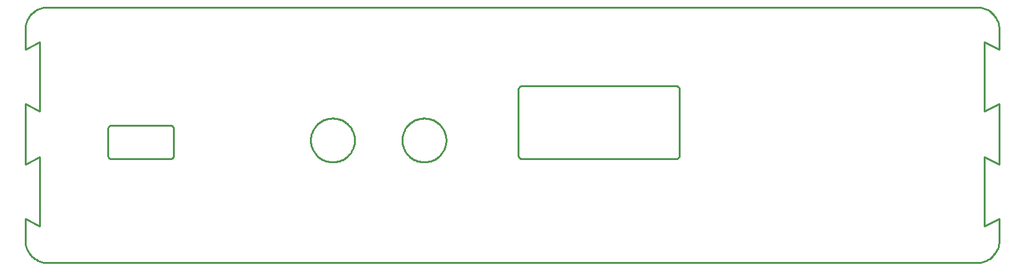
<source format=gbr>
G04 EAGLE Gerber RS-274X export*
G75*
%MOMM*%
%FSLAX34Y34*%
%LPD*%
%IN*%
%IPPOS*%
%AMOC8*
5,1,8,0,0,1.08239X$1,22.5*%
G01*
%ADD10C,0.254000*%


D10*
X0Y30000D02*
X114Y27385D01*
X456Y24791D01*
X1022Y22235D01*
X1809Y19739D01*
X2811Y17321D01*
X4019Y15000D01*
X5425Y12793D01*
X7019Y10716D01*
X8787Y8787D01*
X10716Y7019D01*
X12793Y5425D01*
X15000Y4019D01*
X17321Y2811D01*
X19739Y1809D01*
X22235Y1022D01*
X24791Y456D01*
X27385Y114D01*
X30000Y0D01*
X1300000Y0D01*
X1302615Y114D01*
X1305209Y456D01*
X1307765Y1022D01*
X1310261Y1809D01*
X1312679Y2811D01*
X1315000Y4019D01*
X1317207Y5425D01*
X1319284Y7019D01*
X1321213Y8787D01*
X1322981Y10716D01*
X1324575Y12793D01*
X1325981Y15000D01*
X1327189Y17321D01*
X1328191Y19739D01*
X1328978Y22235D01*
X1329544Y24791D01*
X1329886Y27385D01*
X1330000Y30000D01*
X1330000Y60000D01*
X1310000Y50000D01*
X1310000Y145000D01*
X1330000Y135000D01*
X1330000Y217500D01*
X1310000Y207500D01*
X1310000Y302500D01*
X1330000Y292500D01*
X1330000Y320000D01*
X1329886Y322615D01*
X1329544Y325209D01*
X1328978Y327765D01*
X1328191Y330261D01*
X1327189Y332679D01*
X1325981Y335000D01*
X1324575Y337207D01*
X1322981Y339284D01*
X1321213Y341213D01*
X1319284Y342981D01*
X1317207Y344575D01*
X1315000Y345981D01*
X1312679Y347189D01*
X1310261Y348191D01*
X1307765Y348978D01*
X1305209Y349544D01*
X1302615Y349886D01*
X1300000Y350000D01*
X30000Y350000D01*
X27385Y349886D01*
X24791Y349544D01*
X22235Y348978D01*
X19739Y348191D01*
X17321Y347189D01*
X15000Y345981D01*
X12793Y344575D01*
X10716Y342981D01*
X8787Y341213D01*
X7019Y339284D01*
X5425Y337207D01*
X4019Y335000D01*
X2811Y332679D01*
X1809Y330261D01*
X1022Y327765D01*
X456Y325209D01*
X114Y322615D01*
X0Y320000D01*
X0Y292500D01*
X20000Y302500D01*
X20000Y207500D01*
X0Y217500D01*
X0Y135000D01*
X20000Y145000D01*
X20000Y50000D01*
X0Y60000D01*
X0Y30000D01*
X673430Y147200D02*
X673449Y146764D01*
X673506Y146332D01*
X673600Y145906D01*
X673732Y145490D01*
X673898Y145087D01*
X674100Y144700D01*
X674334Y144332D01*
X674600Y143986D01*
X674894Y143664D01*
X675216Y143370D01*
X675562Y143104D01*
X675930Y142870D01*
X676317Y142668D01*
X676720Y142502D01*
X677136Y142370D01*
X677562Y142276D01*
X677994Y142219D01*
X678430Y142200D01*
X888430Y142200D01*
X888866Y142219D01*
X889298Y142276D01*
X889724Y142370D01*
X890140Y142502D01*
X890543Y142668D01*
X890930Y142870D01*
X891298Y143104D01*
X891644Y143370D01*
X891966Y143664D01*
X892260Y143986D01*
X892526Y144332D01*
X892760Y144700D01*
X892962Y145087D01*
X893128Y145490D01*
X893260Y145906D01*
X893354Y146332D01*
X893411Y146764D01*
X893430Y147200D01*
X893430Y237200D01*
X893411Y237636D01*
X893354Y238068D01*
X893260Y238494D01*
X893128Y238910D01*
X892962Y239313D01*
X892760Y239700D01*
X892526Y240068D01*
X892260Y240414D01*
X891966Y240736D01*
X891644Y241030D01*
X891298Y241296D01*
X890930Y241530D01*
X890543Y241732D01*
X890140Y241898D01*
X889724Y242030D01*
X889298Y242124D01*
X888866Y242181D01*
X888430Y242200D01*
X678430Y242200D01*
X677994Y242181D01*
X677562Y242124D01*
X677136Y242030D01*
X676720Y241898D01*
X676317Y241732D01*
X675930Y241530D01*
X675562Y241296D01*
X675216Y241030D01*
X674894Y240736D01*
X674600Y240414D01*
X674334Y240068D01*
X674100Y239700D01*
X673898Y239313D01*
X673732Y238910D01*
X673600Y238494D01*
X673506Y238068D01*
X673449Y237636D01*
X673430Y237200D01*
X673430Y147200D01*
X112700Y147100D02*
X112719Y146664D01*
X112776Y146232D01*
X112870Y145806D01*
X113002Y145390D01*
X113168Y144987D01*
X113370Y144600D01*
X113604Y144232D01*
X113870Y143886D01*
X114164Y143564D01*
X114486Y143270D01*
X114832Y143004D01*
X115200Y142770D01*
X115587Y142568D01*
X115990Y142402D01*
X116406Y142270D01*
X116832Y142176D01*
X117264Y142119D01*
X117700Y142100D01*
X197700Y142100D01*
X198136Y142119D01*
X198568Y142176D01*
X198994Y142270D01*
X199410Y142402D01*
X199813Y142568D01*
X200200Y142770D01*
X200568Y143004D01*
X200914Y143270D01*
X201236Y143564D01*
X201530Y143886D01*
X201796Y144232D01*
X202030Y144600D01*
X202232Y144987D01*
X202398Y145390D01*
X202530Y145806D01*
X202624Y146232D01*
X202681Y146664D01*
X202700Y147100D01*
X202700Y183100D01*
X202681Y183536D01*
X202624Y183968D01*
X202530Y184394D01*
X202398Y184810D01*
X202232Y185213D01*
X202030Y185600D01*
X201796Y185968D01*
X201530Y186314D01*
X201236Y186636D01*
X200914Y186930D01*
X200568Y187196D01*
X200200Y187430D01*
X199813Y187632D01*
X199410Y187798D01*
X198994Y187930D01*
X198568Y188024D01*
X198136Y188081D01*
X197700Y188100D01*
X117700Y188100D01*
X117264Y188081D01*
X116832Y188024D01*
X116406Y187930D01*
X115990Y187798D01*
X115587Y187632D01*
X115200Y187430D01*
X114832Y187196D01*
X114486Y186930D01*
X114164Y186636D01*
X113870Y186314D01*
X113604Y185968D01*
X113370Y185600D01*
X113168Y185213D01*
X113002Y184810D01*
X112870Y184394D01*
X112776Y183968D01*
X112719Y183536D01*
X112700Y183100D01*
X112700Y147100D01*
X449764Y167064D02*
X449692Y165592D01*
X449547Y164127D01*
X449331Y162670D01*
X449044Y161225D01*
X448686Y159796D01*
X448258Y158387D01*
X447762Y157000D01*
X447199Y155639D01*
X446569Y154308D01*
X445874Y153009D01*
X445117Y151745D01*
X444299Y150521D01*
X443422Y149338D01*
X442487Y148199D01*
X441498Y147108D01*
X440456Y146066D01*
X439365Y145077D01*
X438227Y144142D01*
X437043Y143265D01*
X435819Y142447D01*
X434555Y141690D01*
X433256Y140995D01*
X431925Y140365D01*
X430564Y139802D01*
X429177Y139306D01*
X427768Y138878D01*
X426339Y138520D01*
X424894Y138233D01*
X423437Y138017D01*
X421972Y137872D01*
X420500Y137800D01*
X419028Y137800D01*
X417556Y137872D01*
X416091Y138017D01*
X414634Y138233D01*
X413189Y138520D01*
X411760Y138878D01*
X410351Y139306D01*
X408964Y139802D01*
X407603Y140365D01*
X406272Y140995D01*
X404973Y141690D01*
X403709Y142447D01*
X402485Y143265D01*
X401302Y144142D01*
X400163Y145077D01*
X399072Y146066D01*
X398030Y147108D01*
X397041Y148199D01*
X396106Y149338D01*
X395229Y150521D01*
X394411Y151745D01*
X393654Y153009D01*
X392959Y154308D01*
X392329Y155639D01*
X391766Y157000D01*
X391270Y158387D01*
X390842Y159796D01*
X390484Y161225D01*
X390197Y162670D01*
X389981Y164127D01*
X389836Y165592D01*
X389764Y167064D01*
X389764Y168536D01*
X389836Y170008D01*
X389981Y171473D01*
X390197Y172930D01*
X390484Y174375D01*
X390842Y175804D01*
X391270Y177213D01*
X391766Y178600D01*
X392329Y179961D01*
X392959Y181292D01*
X393654Y182591D01*
X394411Y183855D01*
X395229Y185079D01*
X396106Y186263D01*
X397041Y187401D01*
X398030Y188492D01*
X399072Y189534D01*
X400163Y190523D01*
X401302Y191458D01*
X402485Y192335D01*
X403709Y193153D01*
X404973Y193910D01*
X406272Y194605D01*
X407603Y195235D01*
X408964Y195798D01*
X410351Y196294D01*
X411760Y196722D01*
X413189Y197080D01*
X414634Y197367D01*
X416091Y197583D01*
X417556Y197728D01*
X419028Y197800D01*
X420500Y197800D01*
X421972Y197728D01*
X423437Y197583D01*
X424894Y197367D01*
X426339Y197080D01*
X427768Y196722D01*
X429177Y196294D01*
X430564Y195798D01*
X431925Y195235D01*
X433256Y194605D01*
X434555Y193910D01*
X435819Y193153D01*
X437043Y192335D01*
X438227Y191458D01*
X439365Y190523D01*
X440456Y189534D01*
X441498Y188492D01*
X442487Y187401D01*
X443422Y186263D01*
X444299Y185079D01*
X445117Y183855D01*
X445874Y182591D01*
X446569Y181292D01*
X447199Y179961D01*
X447762Y178600D01*
X448258Y177213D01*
X448686Y175804D01*
X449044Y174375D01*
X449331Y172930D01*
X449547Y171473D01*
X449692Y170008D01*
X449764Y168536D01*
X449764Y167064D01*
X574764Y167064D02*
X574692Y165592D01*
X574547Y164127D01*
X574331Y162670D01*
X574044Y161225D01*
X573686Y159796D01*
X573258Y158387D01*
X572762Y157000D01*
X572199Y155639D01*
X571569Y154308D01*
X570874Y153009D01*
X570117Y151745D01*
X569299Y150521D01*
X568422Y149338D01*
X567487Y148199D01*
X566498Y147108D01*
X565456Y146066D01*
X564365Y145077D01*
X563227Y144142D01*
X562043Y143265D01*
X560819Y142447D01*
X559555Y141690D01*
X558256Y140995D01*
X556925Y140365D01*
X555564Y139802D01*
X554177Y139306D01*
X552768Y138878D01*
X551339Y138520D01*
X549894Y138233D01*
X548437Y138017D01*
X546972Y137872D01*
X545500Y137800D01*
X544028Y137800D01*
X542556Y137872D01*
X541091Y138017D01*
X539634Y138233D01*
X538189Y138520D01*
X536760Y138878D01*
X535351Y139306D01*
X533964Y139802D01*
X532603Y140365D01*
X531272Y140995D01*
X529973Y141690D01*
X528709Y142447D01*
X527485Y143265D01*
X526302Y144142D01*
X525163Y145077D01*
X524072Y146066D01*
X523030Y147108D01*
X522041Y148199D01*
X521106Y149338D01*
X520229Y150521D01*
X519411Y151745D01*
X518654Y153009D01*
X517959Y154308D01*
X517329Y155639D01*
X516766Y157000D01*
X516270Y158387D01*
X515842Y159796D01*
X515484Y161225D01*
X515197Y162670D01*
X514981Y164127D01*
X514836Y165592D01*
X514764Y167064D01*
X514764Y168536D01*
X514836Y170008D01*
X514981Y171473D01*
X515197Y172930D01*
X515484Y174375D01*
X515842Y175804D01*
X516270Y177213D01*
X516766Y178600D01*
X517329Y179961D01*
X517959Y181292D01*
X518654Y182591D01*
X519411Y183855D01*
X520229Y185079D01*
X521106Y186263D01*
X522041Y187401D01*
X523030Y188492D01*
X524072Y189534D01*
X525163Y190523D01*
X526302Y191458D01*
X527485Y192335D01*
X528709Y193153D01*
X529973Y193910D01*
X531272Y194605D01*
X532603Y195235D01*
X533964Y195798D01*
X535351Y196294D01*
X536760Y196722D01*
X538189Y197080D01*
X539634Y197367D01*
X541091Y197583D01*
X542556Y197728D01*
X544028Y197800D01*
X545500Y197800D01*
X546972Y197728D01*
X548437Y197583D01*
X549894Y197367D01*
X551339Y197080D01*
X552768Y196722D01*
X554177Y196294D01*
X555564Y195798D01*
X556925Y195235D01*
X558256Y194605D01*
X559555Y193910D01*
X560819Y193153D01*
X562043Y192335D01*
X563227Y191458D01*
X564365Y190523D01*
X565456Y189534D01*
X566498Y188492D01*
X567487Y187401D01*
X568422Y186263D01*
X569299Y185079D01*
X570117Y183855D01*
X570874Y182591D01*
X571569Y181292D01*
X572199Y179961D01*
X572762Y178600D01*
X573258Y177213D01*
X573686Y175804D01*
X574044Y174375D01*
X574331Y172930D01*
X574547Y171473D01*
X574692Y170008D01*
X574764Y168536D01*
X574764Y167064D01*
M02*

</source>
